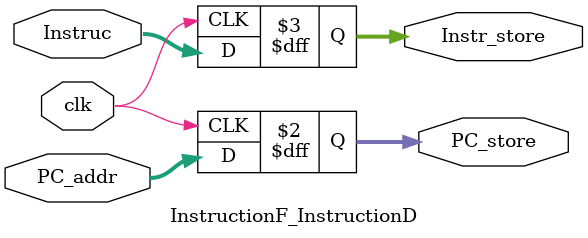
<source format=v>
`timescale 1ns / 1ps


module InstructionF_InstructionD(

    input clk,
    input [63:0] PC_addr,
    input [31:0] Instruc,
    output reg [63:0] PC_store,
    output reg [31:0] Instr_store
);




always @(negedge clk) begin
    PC_store = PC_addr;
    Instr_store = Instruc;
    
end

endmodule

</source>
